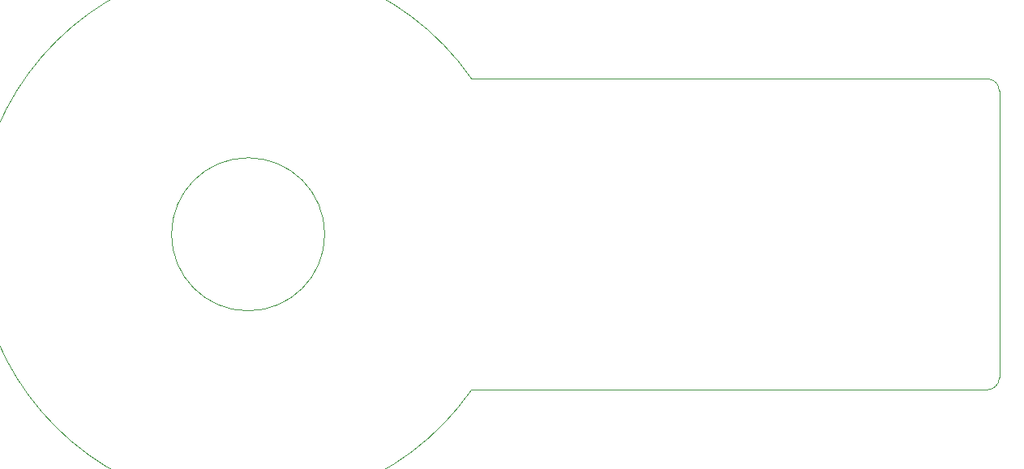
<source format=gm1>
G04 #@! TF.GenerationSoftware,KiCad,Pcbnew,7.0.10*
G04 #@! TF.CreationDate,2024-05-27T20:12:39-07:00*
G04 #@! TF.ProjectId,K40-LED_PCB,4b34302d-4c45-4445-9f50-43422e6b6963,rev?*
G04 #@! TF.SameCoordinates,Original*
G04 #@! TF.FileFunction,Profile,NP*
%FSLAX46Y46*%
G04 Gerber Fmt 4.6, Leading zero omitted, Abs format (unit mm)*
G04 Created by KiCad (PCBNEW 7.0.10) date 2024-05-27 20:12:39*
%MOMM*%
%LPD*%
G01*
G04 APERTURE LIST*
G04 #@! TA.AperFunction,Profile*
%ADD10C,0.050000*%
G04 #@! TD*
G04 APERTURE END LIST*
D10*
X145742775Y-75559600D02*
G75*
G03*
X145742775Y-108059600I-23340075J-16250000D01*
G01*
X200844041Y-106809600D02*
X200844041Y-76809600D01*
X199594041Y-75559600D02*
X145742775Y-75559600D01*
X200844000Y-76809600D02*
G75*
G03*
X199594041Y-75559600I-1250000J0D01*
G01*
X130402700Y-91809600D02*
G75*
G03*
X114402700Y-91809600I-8000000J0D01*
G01*
X114402700Y-91809600D02*
G75*
G03*
X130402700Y-91809600I8000000J0D01*
G01*
X145742775Y-108059600D02*
X199594041Y-108059600D01*
X199594041Y-108059641D02*
G75*
G03*
X200844041Y-106809600I-41J1250041D01*
G01*
M02*

</source>
